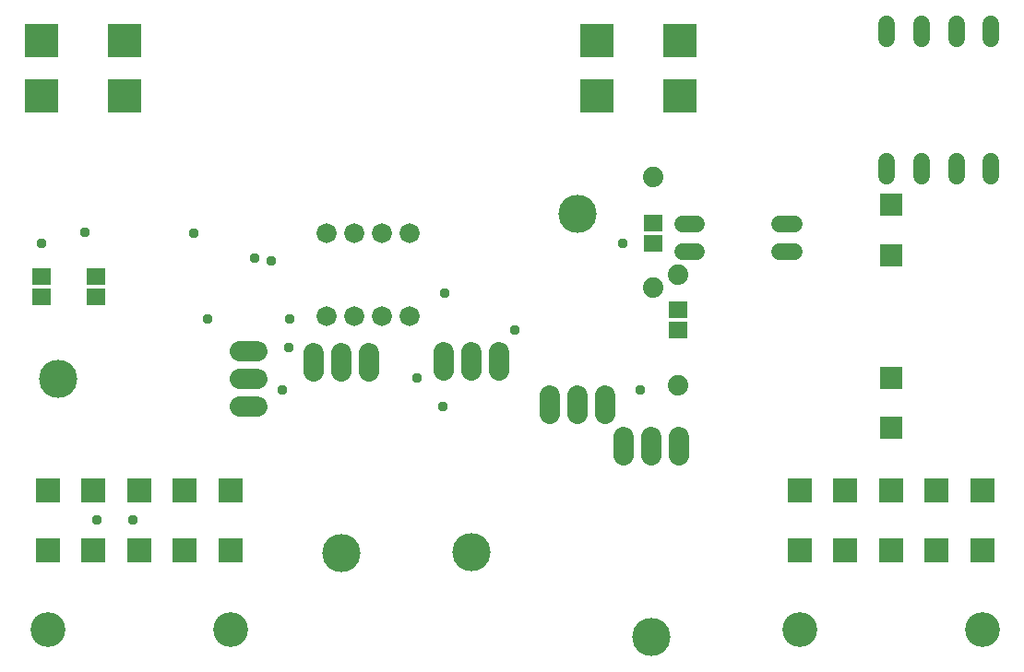
<source format=gbl>
G04 EAGLE Gerber RS-274X export*
G75*
%MOMM*%
%FSLAX34Y34*%
%LPD*%
%INSoldermask Bottom*%
%IPPOS*%
%AMOC8*
5,1,8,0,0,1.08239X$1,22.5*%
G01*
%ADD10C,1.828800*%
%ADD11R,1.703200X1.503200*%
%ADD12C,1.879600*%
%ADD13C,1.879600*%
%ADD14C,3.505200*%
%ADD15C,1.524000*%
%ADD16R,2.303200X2.303200*%
%ADD17C,3.203200*%
%ADD18R,3.060700X3.060700*%
%ADD19R,2.153200X2.153200*%
%ADD20C,0.959600*%


D10*
X291900Y342900D03*
X317300Y342900D03*
X317300Y419100D03*
X291900Y419100D03*
X342700Y342900D03*
X368100Y342900D03*
X342700Y419100D03*
X368100Y419100D03*
D11*
X615000Y349000D03*
X615000Y330000D03*
D12*
X591500Y470800D03*
X591500Y369200D03*
X615000Y380800D03*
X615000Y279200D03*
D13*
X615400Y231882D02*
X615400Y215118D01*
X590000Y215118D02*
X590000Y231882D01*
X564600Y231882D02*
X564600Y215118D01*
D14*
X590000Y48240D03*
D13*
X331320Y291878D02*
X331320Y308642D01*
X305920Y308642D02*
X305920Y291878D01*
X280520Y291878D02*
X280520Y308642D01*
D14*
X305920Y125000D03*
D13*
X450090Y292878D02*
X450090Y309642D01*
X424690Y309642D02*
X424690Y292878D01*
X399290Y292878D02*
X399290Y309642D01*
D14*
X424690Y126000D03*
D13*
X497100Y253118D02*
X497100Y269882D01*
X522500Y269882D02*
X522500Y253118D01*
X547900Y253118D02*
X547900Y269882D01*
D14*
X522500Y436760D03*
D13*
X228882Y259600D02*
X212118Y259600D01*
X212118Y285000D02*
X228882Y285000D01*
X228882Y310400D02*
X212118Y310400D01*
D14*
X45240Y285000D03*
D11*
X592000Y409500D03*
X592000Y428500D03*
D15*
X708100Y402300D02*
X721308Y402300D01*
X721308Y427700D02*
X708100Y427700D01*
X631900Y427700D02*
X618692Y427700D01*
X618692Y402300D02*
X631900Y402300D01*
X806000Y597626D02*
X806000Y610834D01*
X806000Y485104D02*
X806000Y471896D01*
D16*
X204000Y127900D03*
X162000Y127900D03*
X120000Y127900D03*
X78000Y127900D03*
X36000Y127900D03*
X78000Y182900D03*
X36000Y182900D03*
X120000Y182900D03*
X162000Y182900D03*
X204000Y182900D03*
D17*
X204000Y54900D03*
X36000Y54900D03*
D16*
X894000Y127900D03*
X852000Y127900D03*
X810000Y127900D03*
X768000Y127900D03*
X726000Y127900D03*
X768000Y182900D03*
X726000Y182900D03*
X810000Y182900D03*
X852000Y182900D03*
X894000Y182900D03*
D17*
X894000Y54900D03*
X726000Y54900D03*
D18*
X540000Y595800D03*
X616200Y595800D03*
X616200Y545000D03*
X540000Y545000D03*
X30000Y595800D03*
X106200Y595800D03*
X106200Y545000D03*
X30000Y545000D03*
D11*
X30000Y360500D03*
X30000Y379500D03*
X80000Y360500D03*
X80000Y379500D03*
D15*
X870000Y597626D02*
X870000Y610834D01*
X870000Y485104D02*
X870000Y471896D01*
X902000Y597626D02*
X902000Y610834D01*
X902000Y485104D02*
X902000Y471896D01*
X838000Y597626D02*
X838000Y610834D01*
X838000Y485104D02*
X838000Y471896D01*
D19*
X810000Y240000D03*
X810000Y399000D03*
X810000Y286000D03*
X810000Y445000D03*
D20*
X226000Y396000D03*
X564000Y410000D03*
X170000Y419000D03*
X183000Y340000D03*
X258000Y340000D03*
X241000Y394000D03*
X580000Y275000D03*
X114000Y156000D03*
X81000Y156000D03*
X375000Y286000D03*
X465000Y330000D03*
X399000Y260000D03*
X251000Y275000D03*
X257660Y314350D03*
X400000Y364000D03*
X30000Y410000D03*
X70000Y420000D03*
M02*

</source>
